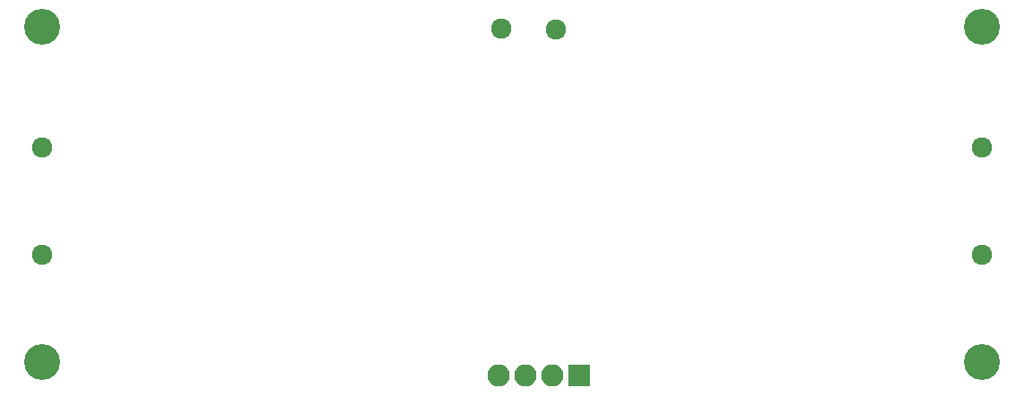
<source format=gbr>
G04 #@! TF.FileFunction,Soldermask,Bot*
%FSLAX46Y46*%
G04 Gerber Fmt 4.6, Leading zero omitted, Abs format (unit mm)*
G04 Created by KiCad (PCBNEW 4.0.7) date Tuesday, October 17, 2017 'PMt' 02:11:27 PM*
%MOMM*%
%LPD*%
G01*
G04 APERTURE LIST*
%ADD10C,0.100000*%
%ADD11R,2.100000X2.100000*%
%ADD12O,2.100000X2.100000*%
%ADD13C,3.400000*%
%ADD14C,1.924000*%
G04 APERTURE END LIST*
D10*
D11*
X158750000Y-120650000D03*
D12*
X156210000Y-120650000D03*
X153670000Y-120650000D03*
X151130000Y-120650000D03*
D13*
X107950000Y-87630000D03*
D14*
X107950000Y-109220000D03*
X107950000Y-99060000D03*
X196850000Y-109220000D03*
X196850000Y-99060000D03*
X156510000Y-87920000D03*
X151330000Y-87830000D03*
D13*
X196850000Y-87630000D03*
X196850000Y-119380000D03*
X107950000Y-119380000D03*
M02*

</source>
